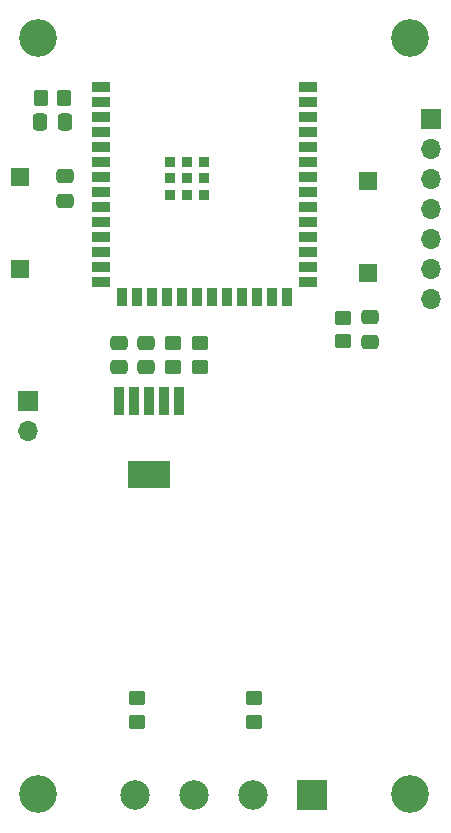
<source format=gbr>
%TF.GenerationSoftware,KiCad,Pcbnew,(6.0.7)*%
%TF.CreationDate,2023-04-15T21:03:17+02:00*%
%TF.ProjectId,sensor board,73656e73-6f72-4206-926f-6172642e6b69,rev?*%
%TF.SameCoordinates,Original*%
%TF.FileFunction,Soldermask,Top*%
%TF.FilePolarity,Negative*%
%FSLAX46Y46*%
G04 Gerber Fmt 4.6, Leading zero omitted, Abs format (unit mm)*
G04 Created by KiCad (PCBNEW (6.0.7)) date 2023-04-15 21:03:17*
%MOMM*%
%LPD*%
G01*
G04 APERTURE LIST*
G04 Aperture macros list*
%AMRoundRect*
0 Rectangle with rounded corners*
0 $1 Rounding radius*
0 $2 $3 $4 $5 $6 $7 $8 $9 X,Y pos of 4 corners*
0 Add a 4 corners polygon primitive as box body*
4,1,4,$2,$3,$4,$5,$6,$7,$8,$9,$2,$3,0*
0 Add four circle primitives for the rounded corners*
1,1,$1+$1,$2,$3*
1,1,$1+$1,$4,$5*
1,1,$1+$1,$6,$7*
1,1,$1+$1,$8,$9*
0 Add four rect primitives between the rounded corners*
20,1,$1+$1,$2,$3,$4,$5,0*
20,1,$1+$1,$4,$5,$6,$7,0*
20,1,$1+$1,$6,$7,$8,$9,0*
20,1,$1+$1,$8,$9,$2,$3,0*%
G04 Aperture macros list end*
%ADD10C,0.010000*%
%ADD11RoundRect,0.250000X-0.450000X0.350000X-0.450000X-0.350000X0.450000X-0.350000X0.450000X0.350000X0*%
%ADD12R,1.700000X1.700000*%
%ADD13O,1.700000X1.700000*%
%ADD14RoundRect,0.250000X-0.475000X0.337500X-0.475000X-0.337500X0.475000X-0.337500X0.475000X0.337500X0*%
%ADD15RoundRect,0.250000X0.350000X0.450000X-0.350000X0.450000X-0.350000X-0.450000X0.350000X-0.450000X0*%
%ADD16R,1.500000X0.900000*%
%ADD17R,0.900000X1.500000*%
%ADD18R,0.900000X0.900000*%
%ADD19RoundRect,0.250000X0.450000X-0.350000X0.450000X0.350000X-0.450000X0.350000X-0.450000X-0.350000X0*%
%ADD20RoundRect,0.250000X0.475000X-0.337500X0.475000X0.337500X-0.475000X0.337500X-0.475000X-0.337500X0*%
%ADD21C,3.200000*%
%ADD22R,1.500000X1.500000*%
%ADD23RoundRect,0.250000X0.337500X0.475000X-0.337500X0.475000X-0.337500X-0.475000X0.337500X-0.475000X0*%
%ADD24R,2.500000X2.500000*%
%ADD25C,2.500000*%
G04 APERTURE END LIST*
%TO.C,VR1*%
G36*
X93080000Y-116180000D02*
G01*
X92340000Y-116180000D01*
X92340000Y-113840000D01*
X93080000Y-113840000D01*
X93080000Y-116180000D01*
G37*
D10*
X93080000Y-116180000D02*
X92340000Y-116180000D01*
X92340000Y-113840000D01*
X93080000Y-113840000D01*
X93080000Y-116180000D01*
G36*
X96890000Y-116180000D02*
G01*
X96150000Y-116180000D01*
X96150000Y-113840000D01*
X96890000Y-113840000D01*
X96890000Y-116180000D01*
G37*
X96890000Y-116180000D02*
X96150000Y-116180000D01*
X96150000Y-113840000D01*
X96890000Y-113840000D01*
X96890000Y-116180000D01*
G36*
X98160000Y-116180000D02*
G01*
X97420000Y-116180000D01*
X97420000Y-113840000D01*
X98160000Y-113840000D01*
X98160000Y-116180000D01*
G37*
X98160000Y-116180000D02*
X97420000Y-116180000D01*
X97420000Y-113840000D01*
X98160000Y-113840000D01*
X98160000Y-116180000D01*
G36*
X94350000Y-116180000D02*
G01*
X93610000Y-116180000D01*
X93610000Y-113840000D01*
X94350000Y-113840000D01*
X94350000Y-116180000D01*
G37*
X94350000Y-116180000D02*
X93610000Y-116180000D01*
X93610000Y-113840000D01*
X94350000Y-113840000D01*
X94350000Y-116180000D01*
G36*
X95620000Y-116180000D02*
G01*
X94880000Y-116180000D01*
X94880000Y-113840000D01*
X95620000Y-113840000D01*
X95620000Y-116180000D01*
G37*
X95620000Y-116180000D02*
X94880000Y-116180000D01*
X94880000Y-113840000D01*
X95620000Y-113840000D01*
X95620000Y-116180000D01*
G36*
X97000000Y-122310000D02*
G01*
X93500000Y-122310000D01*
X93500000Y-120110000D01*
X97000000Y-120110000D01*
X97000000Y-122310000D01*
G37*
X97000000Y-122310000D02*
X93500000Y-122310000D01*
X93500000Y-120110000D01*
X97000000Y-120110000D01*
X97000000Y-122310000D01*
%TD*%
D11*
%TO.C,R9*%
X99605500Y-110144000D03*
X99605500Y-112144000D03*
%TD*%
D12*
%TO.C,J2*%
X85052500Y-115057000D03*
D13*
X85052500Y-117597000D03*
%TD*%
D14*
%TO.C,C2*%
X114010000Y-107950000D03*
X114010000Y-110025000D03*
%TD*%
D15*
%TO.C,R2*%
X88122000Y-89408000D03*
X86122000Y-89408000D03*
%TD*%
D16*
%TO.C,U1*%
X91250000Y-88466000D03*
X91250000Y-89736000D03*
X91250000Y-91006000D03*
X91250000Y-92276000D03*
X91250000Y-93546000D03*
X91250000Y-94816000D03*
X91250000Y-96086000D03*
X91250000Y-97356000D03*
X91250000Y-98626000D03*
X91250000Y-99896000D03*
X91250000Y-101166000D03*
X91250000Y-102436000D03*
X91250000Y-103706000D03*
X91250000Y-104976000D03*
D17*
X93015000Y-106226000D03*
X94285000Y-106226000D03*
X95555000Y-106226000D03*
X96825000Y-106226000D03*
X98095000Y-106226000D03*
X99365000Y-106226000D03*
X100635000Y-106226000D03*
X101905000Y-106226000D03*
X103175000Y-106226000D03*
X104445000Y-106226000D03*
X105715000Y-106226000D03*
X106985000Y-106226000D03*
D16*
X108750000Y-104976000D03*
X108750000Y-103706000D03*
X108750000Y-102436000D03*
X108750000Y-101166000D03*
X108750000Y-99896000D03*
X108750000Y-98626000D03*
X108750000Y-97356000D03*
X108750000Y-96086000D03*
X108750000Y-94816000D03*
X108750000Y-93546000D03*
X108750000Y-92276000D03*
X108750000Y-91006000D03*
X108750000Y-89736000D03*
X108750000Y-88466000D03*
D18*
X98500000Y-96186000D03*
X97100000Y-96186000D03*
X99900000Y-96186000D03*
X97100000Y-97586000D03*
X98500000Y-97586000D03*
X99900000Y-97586000D03*
X97100000Y-94786000D03*
X98500000Y-94786000D03*
X99900000Y-94786000D03*
%TD*%
D19*
%TO.C,R1*%
X111724000Y-109987500D03*
X111724000Y-107987500D03*
%TD*%
D20*
%TO.C,C4*%
X95033500Y-112181500D03*
X95033500Y-110106500D03*
%TD*%
D21*
%TO.C,REF\u002A\u002A*%
X85852000Y-148336000D03*
%TD*%
D22*
%TO.C,SW1*%
X113792000Y-104230000D03*
X113792000Y-96430000D03*
%TD*%
%TO.C,SW2*%
X84328000Y-103900000D03*
X84328000Y-96100000D03*
%TD*%
D11*
%TO.C,R6*%
X94234000Y-140224000D03*
X94234000Y-142224000D03*
%TD*%
D12*
%TO.C,J1*%
X119126000Y-91181000D03*
D13*
X119126000Y-93721000D03*
X119126000Y-96261000D03*
X119126000Y-98801000D03*
X119126000Y-101341000D03*
X119126000Y-103881000D03*
X119126000Y-106421000D03*
%TD*%
D21*
%TO.C,REF\u002A\u002A*%
X85852000Y-84328000D03*
%TD*%
%TO.C,REF\u002A\u002A*%
X117348000Y-148336000D03*
%TD*%
D11*
%TO.C,R7*%
X104140000Y-140224000D03*
X104140000Y-142224000D03*
%TD*%
D21*
%TO.C,REF\u002A\u002A*%
X117348000Y-84328000D03*
%TD*%
D14*
%TO.C,C3*%
X88138000Y-95990500D03*
X88138000Y-98065500D03*
%TD*%
D19*
%TO.C,R8*%
X97319500Y-112144000D03*
X97319500Y-110144000D03*
%TD*%
D20*
%TO.C,C5*%
X92747500Y-112181500D03*
X92747500Y-110106500D03*
%TD*%
D23*
%TO.C,C1*%
X88159500Y-91440000D03*
X86084500Y-91440000D03*
%TD*%
D24*
%TO.C,J3*%
X109100000Y-148382000D03*
D25*
X104100000Y-148382000D03*
X99100000Y-148382000D03*
X94100000Y-148382000D03*
%TD*%
M02*

</source>
